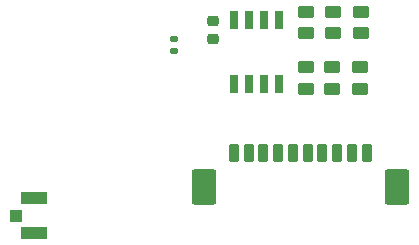
<source format=gtp>
%TF.GenerationSoftware,KiCad,Pcbnew,7.0.10-7.0.10~ubuntu22.04.1*%
%TF.CreationDate,2024-06-11T12:31:41+02:00*%
%TF.ProjectId,PQ_Lat_Board,50515f4c-6174-45f4-926f-6172642e6b69,rev?*%
%TF.SameCoordinates,Original*%
%TF.FileFunction,Paste,Top*%
%TF.FilePolarity,Positive*%
%FSLAX46Y46*%
G04 Gerber Fmt 4.6, Leading zero omitted, Abs format (unit mm)*
G04 Created by KiCad (PCBNEW 7.0.10-7.0.10~ubuntu22.04.1) date 2024-06-11 12:31:41*
%MOMM*%
%LPD*%
G01*
G04 APERTURE LIST*
G04 Aperture macros list*
%AMRoundRect*
0 Rectangle with rounded corners*
0 $1 Rounding radius*
0 $2 $3 $4 $5 $6 $7 $8 $9 X,Y pos of 4 corners*
0 Add a 4 corners polygon primitive as box body*
4,1,4,$2,$3,$4,$5,$6,$7,$8,$9,$2,$3,0*
0 Add four circle primitives for the rounded corners*
1,1,$1+$1,$2,$3*
1,1,$1+$1,$4,$5*
1,1,$1+$1,$6,$7*
1,1,$1+$1,$8,$9*
0 Add four rect primitives between the rounded corners*
20,1,$1+$1,$2,$3,$4,$5,0*
20,1,$1+$1,$4,$5,$6,$7,0*
20,1,$1+$1,$6,$7,$8,$9,0*
20,1,$1+$1,$8,$9,$2,$3,0*%
G04 Aperture macros list end*
%ADD10RoundRect,0.250000X-0.450000X0.262500X-0.450000X-0.262500X0.450000X-0.262500X0.450000X0.262500X0*%
%ADD11RoundRect,0.250000X0.450000X-0.262500X0.450000X0.262500X-0.450000X0.262500X-0.450000X-0.262500X0*%
%ADD12RoundRect,0.200000X-0.200000X-0.600000X0.200000X-0.600000X0.200000X0.600000X-0.200000X0.600000X0*%
%ADD13RoundRect,0.250001X-0.799999X-1.249999X0.799999X-1.249999X0.799999X1.249999X-0.799999X1.249999X0*%
%ADD14R,0.700000X1.550000*%
%ADD15RoundRect,0.147500X0.172500X-0.147500X0.172500X0.147500X-0.172500X0.147500X-0.172500X-0.147500X0*%
%ADD16RoundRect,0.225000X-0.250000X0.225000X-0.250000X-0.225000X0.250000X-0.225000X0.250000X0.225000X0*%
%ADD17R,1.050000X1.000000*%
%ADD18R,2.200000X1.050000*%
G04 APERTURE END LIST*
D10*
%TO.C,GA2*%
X111952000Y-53464300D03*
X111952000Y-55289300D03*
%TD*%
D11*
%TO.C,VA1*%
X109651000Y-50590300D03*
X109651000Y-48765300D03*
%TD*%
D12*
%TO.C,J1*%
X101266617Y-60718784D03*
X102516617Y-60718784D03*
X103766617Y-60718784D03*
X105016617Y-60718784D03*
X106266617Y-60718784D03*
X107516617Y-60718784D03*
X108766617Y-60718784D03*
X110016617Y-60718784D03*
X111266617Y-60718784D03*
X112516617Y-60718784D03*
D13*
X98716617Y-63618784D03*
X115066617Y-63618784D03*
%TD*%
D11*
%TO.C,VA2*%
X112002000Y-50590300D03*
X112002000Y-48765300D03*
%TD*%
D14*
%TO.C,IC1*%
X101263600Y-54897200D03*
X102533600Y-54897200D03*
X103803600Y-54897200D03*
X105073600Y-54897200D03*
X105073600Y-49497200D03*
X103803600Y-49497200D03*
X102533600Y-49497200D03*
X101263600Y-49497200D03*
%TD*%
D11*
%TO.C,VA0*%
X107385000Y-50590300D03*
X107385000Y-48765300D03*
%TD*%
D15*
%TO.C,D2*%
X96183600Y-52057100D03*
X96183600Y-51087100D03*
%TD*%
D16*
%TO.C,C1*%
X99511000Y-49512400D03*
X99511000Y-51062400D03*
%TD*%
D10*
%TO.C,GA0*%
X107400000Y-53464300D03*
X107400000Y-55289300D03*
%TD*%
%TO.C,GA1*%
X109601000Y-53464300D03*
X109601000Y-55289300D03*
%TD*%
D17*
%TO.C,J2*%
X82840000Y-66022400D03*
D18*
X84365000Y-64547400D03*
X84365000Y-67497400D03*
%TD*%
M02*

</source>
